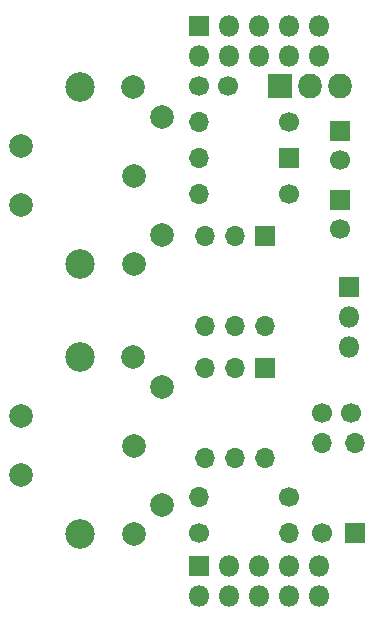
<source format=gbr>
%TF.GenerationSoftware,KiCad,Pcbnew,(5.1.6-0-10_14)*%
%TF.CreationDate,2020-08-30T21:53:01-07:00*%
%TF.ProjectId,bbf-midi,6262662d-6d69-4646-992e-6b696361645f,rev?*%
%TF.SameCoordinates,Original*%
%TF.FileFunction,Soldermask,Bot*%
%TF.FilePolarity,Negative*%
%FSLAX46Y46*%
G04 Gerber Fmt 4.6, Leading zero omitted, Abs format (unit mm)*
G04 Created by KiCad (PCBNEW (5.1.6-0-10_14)) date 2020-08-30 21:53:01*
%MOMM*%
%LPD*%
G01*
G04 APERTURE LIST*
%ADD10C,1.700000*%
%ADD11R,1.700000X1.700000*%
%ADD12O,1.700000X1.700000*%
%ADD13R,1.800000X1.800000*%
%ADD14O,1.800000X1.800000*%
%ADD15C,2.500000*%
%ADD16C,2.000000*%
%ADD17R,2.005000X2.100000*%
%ADD18O,2.005000X2.100000*%
G04 APERTURE END LIST*
D10*
%TO.C,C3*%
X155154000Y-121666000D03*
X152654000Y-121666000D03*
%TD*%
%TO.C,C4*%
X142240000Y-93980000D03*
X144740000Y-93980000D03*
%TD*%
D11*
%TO.C,D1*%
X149860000Y-100076000D03*
D12*
X142240000Y-100076000D03*
%TD*%
D13*
%TO.C,J1*%
X142240000Y-88900000D03*
D14*
X142240000Y-91440000D03*
X144780000Y-88900000D03*
X144780000Y-91440000D03*
X147320000Y-88900000D03*
X147320000Y-91440000D03*
X149860000Y-88900000D03*
X149860000Y-91440000D03*
X152400000Y-88900000D03*
X152400000Y-91440000D03*
%TD*%
%TO.C,J2*%
X152400000Y-137160000D03*
X152400000Y-134620000D03*
X149860000Y-137160000D03*
X149860000Y-134620000D03*
X147320000Y-137160000D03*
X147320000Y-134620000D03*
X144780000Y-137160000D03*
X144780000Y-134620000D03*
X142240000Y-137160000D03*
D13*
X142240000Y-134620000D03*
%TD*%
D15*
%TO.C,J3*%
X132160000Y-109100000D03*
X132160000Y-94100000D03*
D16*
X136710000Y-109100000D03*
X139160000Y-106600000D03*
X136710000Y-101600000D03*
X139160000Y-96600000D03*
X136660000Y-94100000D03*
X127160000Y-99100000D03*
X127160000Y-104100000D03*
%TD*%
%TO.C,J4*%
X127160000Y-126960000D03*
X127160000Y-121960000D03*
X136660000Y-116960000D03*
X139160000Y-119460000D03*
X136710000Y-124460000D03*
X139160000Y-129460000D03*
X136710000Y-131960000D03*
D15*
X132160000Y-116960000D03*
X132160000Y-131960000D03*
%TD*%
D13*
%TO.C,J5*%
X154940000Y-110998000D03*
D14*
X154940000Y-113538000D03*
X154940000Y-116078000D03*
%TD*%
D10*
%TO.C,R1*%
X149860000Y-128778000D03*
D12*
X142240000Y-128778000D03*
%TD*%
D10*
%TO.C,R2*%
X149860000Y-103124000D03*
D12*
X142240000Y-103124000D03*
%TD*%
%TO.C,R3*%
X149860000Y-131826000D03*
D10*
X142240000Y-131826000D03*
%TD*%
%TO.C,R5*%
X149860000Y-97028000D03*
D12*
X142240000Y-97028000D03*
%TD*%
D17*
%TO.C,U1*%
X149098000Y-93980000D03*
D18*
X151638000Y-93980000D03*
X154178000Y-93980000D03*
%TD*%
D11*
%TO.C,U2*%
X147828000Y-106680000D03*
D12*
X142748000Y-114300000D03*
X145288000Y-106680000D03*
X145288000Y-114300000D03*
X142748000Y-106680000D03*
X147828000Y-114300000D03*
%TD*%
D11*
%TO.C,C1*%
X154178000Y-97790000D03*
D10*
X154178000Y-100290000D03*
%TD*%
%TO.C,C2*%
X154178000Y-106132000D03*
D11*
X154178000Y-103632000D03*
%TD*%
%TO.C,D2*%
X155448000Y-131826000D03*
D12*
X155448000Y-124206000D03*
%TD*%
D10*
%TO.C,R4*%
X152654000Y-131826000D03*
D12*
X152654000Y-124206000D03*
%TD*%
D11*
%TO.C,U3*%
X147828000Y-117856000D03*
D12*
X142748000Y-125476000D03*
X145288000Y-117856000D03*
X145288000Y-125476000D03*
X142748000Y-117856000D03*
X147828000Y-125476000D03*
%TD*%
M02*

</source>
